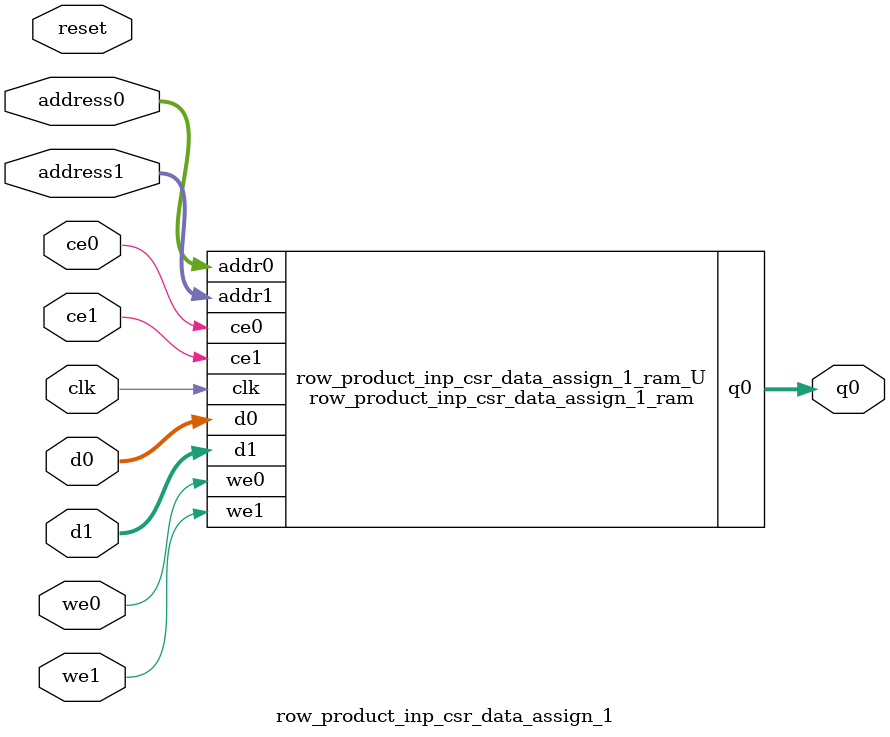
<source format=v>
`timescale 1 ns / 1 ps
module row_product_inp_csr_data_assign_1_ram (addr0, ce0, d0, we0, q0, addr1, ce1, d1, we1,  clk);

parameter DWIDTH = 64;
parameter AWIDTH = 5;
parameter MEM_SIZE = 20;

input[AWIDTH-1:0] addr0;
input ce0;
input[DWIDTH-1:0] d0;
input we0;
output reg[DWIDTH-1:0] q0;
input[AWIDTH-1:0] addr1;
input ce1;
input[DWIDTH-1:0] d1;
input we1;
input clk;

reg [DWIDTH-1:0] ram[0:MEM_SIZE-1];




always @(posedge clk)  
begin 
    if (ce0) begin
        if (we0) 
            ram[addr0] <= d0; 
        q0 <= ram[addr0];
    end
end


always @(posedge clk)  
begin 
    if (ce1) begin
        if (we1) 
            ram[addr1] <= d1; 
    end
end


endmodule

`timescale 1 ns / 1 ps
module row_product_inp_csr_data_assign_1(
    reset,
    clk,
    address0,
    ce0,
    we0,
    d0,
    q0,
    address1,
    ce1,
    we1,
    d1);

parameter DataWidth = 32'd64;
parameter AddressRange = 32'd20;
parameter AddressWidth = 32'd5;
input reset;
input clk;
input[AddressWidth - 1:0] address0;
input ce0;
input we0;
input[DataWidth - 1:0] d0;
output[DataWidth - 1:0] q0;
input[AddressWidth - 1:0] address1;
input ce1;
input we1;
input[DataWidth - 1:0] d1;



row_product_inp_csr_data_assign_1_ram row_product_inp_csr_data_assign_1_ram_U(
    .clk( clk ),
    .addr0( address0 ),
    .ce0( ce0 ),
    .we0( we0 ),
    .d0( d0 ),
    .q0( q0 ),
    .addr1( address1 ),
    .ce1( ce1 ),
    .we1( we1 ),
    .d1( d1 ));

endmodule


</source>
